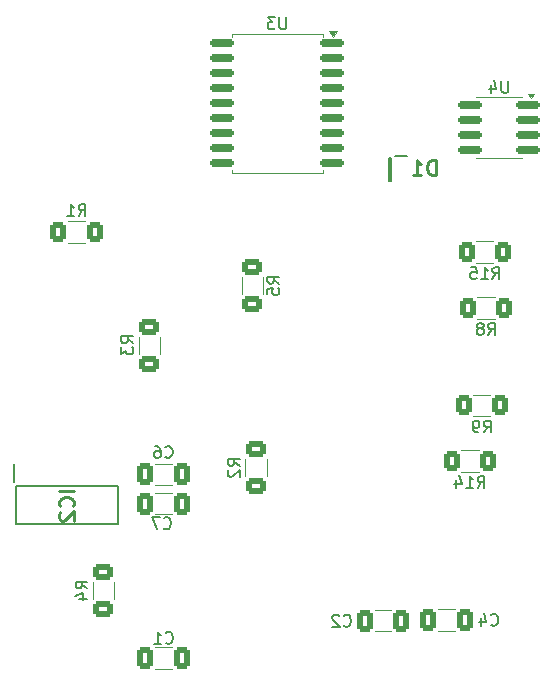
<source format=gbr>
%TF.GenerationSoftware,KiCad,Pcbnew,8.0.1-rc1*%
%TF.CreationDate,2024-07-27T18:45:49-07:00*%
%TF.ProjectId,AMS - CANBus Sensor - Pressure,414d5320-2d20-4434-914e-427573205365,rev?*%
%TF.SameCoordinates,Original*%
%TF.FileFunction,Legend,Bot*%
%TF.FilePolarity,Positive*%
%FSLAX46Y46*%
G04 Gerber Fmt 4.6, Leading zero omitted, Abs format (unit mm)*
G04 Created by KiCad (PCBNEW 8.0.1-rc1) date 2024-07-27 18:45:49*
%MOMM*%
%LPD*%
G01*
G04 APERTURE LIST*
G04 Aperture macros list*
%AMRoundRect*
0 Rectangle with rounded corners*
0 $1 Rounding radius*
0 $2 $3 $4 $5 $6 $7 $8 $9 X,Y pos of 4 corners*
0 Add a 4 corners polygon primitive as box body*
4,1,4,$2,$3,$4,$5,$6,$7,$8,$9,$2,$3,0*
0 Add four circle primitives for the rounded corners*
1,1,$1+$1,$2,$3*
1,1,$1+$1,$4,$5*
1,1,$1+$1,$6,$7*
1,1,$1+$1,$8,$9*
0 Add four rect primitives between the rounded corners*
20,1,$1+$1,$2,$3,$4,$5,0*
20,1,$1+$1,$4,$5,$6,$7,0*
20,1,$1+$1,$6,$7,$8,$9,0*
20,1,$1+$1,$8,$9,$2,$3,0*%
G04 Aperture macros list end*
%ADD10C,0.150000*%
%ADD11C,0.254000*%
%ADD12C,0.120000*%
%ADD13C,0.200000*%
%ADD14C,1.440000*%
%ADD15R,2.100000X2.100000*%
%ADD16C,2.100000*%
%ADD17C,1.600000*%
%ADD18O,1.600000X1.600000*%
%ADD19R,2.200000X2.200000*%
%ADD20C,2.200000*%
%ADD21R,1.700000X1.700000*%
%ADD22O,1.700000X1.700000*%
%ADD23C,2.400000*%
%ADD24R,1.600000X1.600000*%
%ADD25R,1.920000X1.920000*%
%ADD26C,1.920000*%
%ADD27C,1.500000*%
%ADD28R,1.500000X1.500000*%
%ADD29RoundRect,0.250000X-0.412500X-0.650000X0.412500X-0.650000X0.412500X0.650000X-0.412500X0.650000X0*%
%ADD30RoundRect,0.150000X0.825000X0.150000X-0.825000X0.150000X-0.825000X-0.150000X0.825000X-0.150000X0*%
%ADD31RoundRect,0.250000X-0.400000X-0.625000X0.400000X-0.625000X0.400000X0.625000X-0.400000X0.625000X0*%
%ADD32RoundRect,0.250000X0.400000X0.625000X-0.400000X0.625000X-0.400000X-0.625000X0.400000X-0.625000X0*%
%ADD33RoundRect,0.250000X-0.625000X0.400000X-0.625000X-0.400000X0.625000X-0.400000X0.625000X0.400000X0*%
%ADD34RoundRect,0.250000X0.412500X0.650000X-0.412500X0.650000X-0.412500X-0.650000X0.412500X-0.650000X0*%
%ADD35RoundRect,0.150000X0.875000X0.150000X-0.875000X0.150000X-0.875000X-0.150000X0.875000X-0.150000X0*%
%ADD36R,0.650000X1.525000*%
%ADD37RoundRect,0.250000X0.625000X-0.400000X0.625000X0.400000X-0.625000X0.400000X-0.625000X-0.400000X0*%
%ADD38R,1.000000X0.550000*%
G04 APERTURE END LIST*
D10*
X152423012Y-114428797D02*
X152470631Y-114476417D01*
X152470631Y-114476417D02*
X152613488Y-114524036D01*
X152613488Y-114524036D02*
X152708726Y-114524036D01*
X152708726Y-114524036D02*
X152851583Y-114476417D01*
X152851583Y-114476417D02*
X152946821Y-114381178D01*
X152946821Y-114381178D02*
X152994440Y-114285940D01*
X152994440Y-114285940D02*
X153042059Y-114095464D01*
X153042059Y-114095464D02*
X153042059Y-113952607D01*
X153042059Y-113952607D02*
X152994440Y-113762131D01*
X152994440Y-113762131D02*
X152946821Y-113666893D01*
X152946821Y-113666893D02*
X152851583Y-113571655D01*
X152851583Y-113571655D02*
X152708726Y-113524036D01*
X152708726Y-113524036D02*
X152613488Y-113524036D01*
X152613488Y-113524036D02*
X152470631Y-113571655D01*
X152470631Y-113571655D02*
X152423012Y-113619274D01*
X152042059Y-113619274D02*
X151994440Y-113571655D01*
X151994440Y-113571655D02*
X151899202Y-113524036D01*
X151899202Y-113524036D02*
X151661107Y-113524036D01*
X151661107Y-113524036D02*
X151565869Y-113571655D01*
X151565869Y-113571655D02*
X151518250Y-113619274D01*
X151518250Y-113619274D02*
X151470631Y-113714512D01*
X151470631Y-113714512D02*
X151470631Y-113809750D01*
X151470631Y-113809750D02*
X151518250Y-113952607D01*
X151518250Y-113952607D02*
X152089678Y-114524036D01*
X152089678Y-114524036D02*
X151470631Y-114524036D01*
X166355704Y-68320819D02*
X166355704Y-69130342D01*
X166355704Y-69130342D02*
X166308085Y-69225580D01*
X166308085Y-69225580D02*
X166260466Y-69273200D01*
X166260466Y-69273200D02*
X166165228Y-69320819D01*
X166165228Y-69320819D02*
X165974752Y-69320819D01*
X165974752Y-69320819D02*
X165879514Y-69273200D01*
X165879514Y-69273200D02*
X165831895Y-69225580D01*
X165831895Y-69225580D02*
X165784276Y-69130342D01*
X165784276Y-69130342D02*
X165784276Y-68320819D01*
X164879514Y-68654152D02*
X164879514Y-69320819D01*
X165117609Y-68273200D02*
X165355704Y-68987485D01*
X165355704Y-68987485D02*
X164736657Y-68987485D01*
X164655654Y-89822753D02*
X164988987Y-89346562D01*
X165227082Y-89822753D02*
X165227082Y-88822753D01*
X165227082Y-88822753D02*
X164846130Y-88822753D01*
X164846130Y-88822753D02*
X164750892Y-88870372D01*
X164750892Y-88870372D02*
X164703273Y-88917991D01*
X164703273Y-88917991D02*
X164655654Y-89013229D01*
X164655654Y-89013229D02*
X164655654Y-89156086D01*
X164655654Y-89156086D02*
X164703273Y-89251324D01*
X164703273Y-89251324D02*
X164750892Y-89298943D01*
X164750892Y-89298943D02*
X164846130Y-89346562D01*
X164846130Y-89346562D02*
X165227082Y-89346562D01*
X164084225Y-89251324D02*
X164179463Y-89203705D01*
X164179463Y-89203705D02*
X164227082Y-89156086D01*
X164227082Y-89156086D02*
X164274701Y-89060848D01*
X164274701Y-89060848D02*
X164274701Y-89013229D01*
X164274701Y-89013229D02*
X164227082Y-88917991D01*
X164227082Y-88917991D02*
X164179463Y-88870372D01*
X164179463Y-88870372D02*
X164084225Y-88822753D01*
X164084225Y-88822753D02*
X163893749Y-88822753D01*
X163893749Y-88822753D02*
X163798511Y-88870372D01*
X163798511Y-88870372D02*
X163750892Y-88917991D01*
X163750892Y-88917991D02*
X163703273Y-89013229D01*
X163703273Y-89013229D02*
X163703273Y-89060848D01*
X163703273Y-89060848D02*
X163750892Y-89156086D01*
X163750892Y-89156086D02*
X163798511Y-89203705D01*
X163798511Y-89203705D02*
X163893749Y-89251324D01*
X163893749Y-89251324D02*
X164084225Y-89251324D01*
X164084225Y-89251324D02*
X164179463Y-89298943D01*
X164179463Y-89298943D02*
X164227082Y-89346562D01*
X164227082Y-89346562D02*
X164274701Y-89441800D01*
X164274701Y-89441800D02*
X164274701Y-89632276D01*
X164274701Y-89632276D02*
X164227082Y-89727514D01*
X164227082Y-89727514D02*
X164179463Y-89775134D01*
X164179463Y-89775134D02*
X164084225Y-89822753D01*
X164084225Y-89822753D02*
X163893749Y-89822753D01*
X163893749Y-89822753D02*
X163798511Y-89775134D01*
X163798511Y-89775134D02*
X163750892Y-89727514D01*
X163750892Y-89727514D02*
X163703273Y-89632276D01*
X163703273Y-89632276D02*
X163703273Y-89441800D01*
X163703273Y-89441800D02*
X163750892Y-89346562D01*
X163750892Y-89346562D02*
X163798511Y-89298943D01*
X163798511Y-89298943D02*
X163893749Y-89251324D01*
X129980966Y-79764119D02*
X130314299Y-79287928D01*
X130552394Y-79764119D02*
X130552394Y-78764119D01*
X130552394Y-78764119D02*
X130171442Y-78764119D01*
X130171442Y-78764119D02*
X130076204Y-78811738D01*
X130076204Y-78811738D02*
X130028585Y-78859357D01*
X130028585Y-78859357D02*
X129980966Y-78954595D01*
X129980966Y-78954595D02*
X129980966Y-79097452D01*
X129980966Y-79097452D02*
X130028585Y-79192690D01*
X130028585Y-79192690D02*
X130076204Y-79240309D01*
X130076204Y-79240309D02*
X130171442Y-79287928D01*
X130171442Y-79287928D02*
X130552394Y-79287928D01*
X129028585Y-79764119D02*
X129600013Y-79764119D01*
X129314299Y-79764119D02*
X129314299Y-78764119D01*
X129314299Y-78764119D02*
X129409537Y-78906976D01*
X129409537Y-78906976D02*
X129504775Y-79002214D01*
X129504775Y-79002214D02*
X129600013Y-79049833D01*
X130731219Y-111295633D02*
X130255028Y-110962300D01*
X130731219Y-110724205D02*
X129731219Y-110724205D01*
X129731219Y-110724205D02*
X129731219Y-111105157D01*
X129731219Y-111105157D02*
X129778838Y-111200395D01*
X129778838Y-111200395D02*
X129826457Y-111248014D01*
X129826457Y-111248014D02*
X129921695Y-111295633D01*
X129921695Y-111295633D02*
X130064552Y-111295633D01*
X130064552Y-111295633D02*
X130159790Y-111248014D01*
X130159790Y-111248014D02*
X130207409Y-111200395D01*
X130207409Y-111200395D02*
X130255028Y-111105157D01*
X130255028Y-111105157D02*
X130255028Y-110724205D01*
X130064552Y-112152776D02*
X130731219Y-112152776D01*
X129683600Y-111914681D02*
X130397885Y-111676586D01*
X130397885Y-111676586D02*
X130397885Y-112295633D01*
X165026711Y-85095247D02*
X165360044Y-84619056D01*
X165598139Y-85095247D02*
X165598139Y-84095247D01*
X165598139Y-84095247D02*
X165217187Y-84095247D01*
X165217187Y-84095247D02*
X165121949Y-84142866D01*
X165121949Y-84142866D02*
X165074330Y-84190485D01*
X165074330Y-84190485D02*
X165026711Y-84285723D01*
X165026711Y-84285723D02*
X165026711Y-84428580D01*
X165026711Y-84428580D02*
X165074330Y-84523818D01*
X165074330Y-84523818D02*
X165121949Y-84571437D01*
X165121949Y-84571437D02*
X165217187Y-84619056D01*
X165217187Y-84619056D02*
X165598139Y-84619056D01*
X164074330Y-85095247D02*
X164645758Y-85095247D01*
X164360044Y-85095247D02*
X164360044Y-84095247D01*
X164360044Y-84095247D02*
X164455282Y-84238104D01*
X164455282Y-84238104D02*
X164550520Y-84333342D01*
X164550520Y-84333342D02*
X164645758Y-84380961D01*
X163169568Y-84095247D02*
X163645758Y-84095247D01*
X163645758Y-84095247D02*
X163693377Y-84571437D01*
X163693377Y-84571437D02*
X163645758Y-84523818D01*
X163645758Y-84523818D02*
X163550520Y-84476199D01*
X163550520Y-84476199D02*
X163312425Y-84476199D01*
X163312425Y-84476199D02*
X163217187Y-84523818D01*
X163217187Y-84523818D02*
X163169568Y-84571437D01*
X163169568Y-84571437D02*
X163121949Y-84666675D01*
X163121949Y-84666675D02*
X163121949Y-84904770D01*
X163121949Y-84904770D02*
X163169568Y-85000008D01*
X163169568Y-85000008D02*
X163217187Y-85047628D01*
X163217187Y-85047628D02*
X163312425Y-85095247D01*
X163312425Y-85095247D02*
X163550520Y-85095247D01*
X163550520Y-85095247D02*
X163645758Y-85047628D01*
X163645758Y-85047628D02*
X163693377Y-85000008D01*
X164900820Y-114346879D02*
X164948439Y-114394499D01*
X164948439Y-114394499D02*
X165091296Y-114442118D01*
X165091296Y-114442118D02*
X165186534Y-114442118D01*
X165186534Y-114442118D02*
X165329391Y-114394499D01*
X165329391Y-114394499D02*
X165424629Y-114299260D01*
X165424629Y-114299260D02*
X165472248Y-114204022D01*
X165472248Y-114204022D02*
X165519867Y-114013546D01*
X165519867Y-114013546D02*
X165519867Y-113870689D01*
X165519867Y-113870689D02*
X165472248Y-113680213D01*
X165472248Y-113680213D02*
X165424629Y-113584975D01*
X165424629Y-113584975D02*
X165329391Y-113489737D01*
X165329391Y-113489737D02*
X165186534Y-113442118D01*
X165186534Y-113442118D02*
X165091296Y-113442118D01*
X165091296Y-113442118D02*
X164948439Y-113489737D01*
X164948439Y-113489737D02*
X164900820Y-113537356D01*
X164043677Y-113775451D02*
X164043677Y-114442118D01*
X164281772Y-113394499D02*
X164519867Y-114108784D01*
X164519867Y-114108784D02*
X163900820Y-114108784D01*
X147567004Y-62941819D02*
X147567004Y-63751342D01*
X147567004Y-63751342D02*
X147519385Y-63846580D01*
X147519385Y-63846580D02*
X147471766Y-63894200D01*
X147471766Y-63894200D02*
X147376528Y-63941819D01*
X147376528Y-63941819D02*
X147186052Y-63941819D01*
X147186052Y-63941819D02*
X147090814Y-63894200D01*
X147090814Y-63894200D02*
X147043195Y-63846580D01*
X147043195Y-63846580D02*
X146995576Y-63751342D01*
X146995576Y-63751342D02*
X146995576Y-62941819D01*
X146614623Y-62941819D02*
X145995576Y-62941819D01*
X145995576Y-62941819D02*
X146328909Y-63322771D01*
X146328909Y-63322771D02*
X146186052Y-63322771D01*
X146186052Y-63322771D02*
X146090814Y-63370390D01*
X146090814Y-63370390D02*
X146043195Y-63418009D01*
X146043195Y-63418009D02*
X145995576Y-63513247D01*
X145995576Y-63513247D02*
X145995576Y-63751342D01*
X145995576Y-63751342D02*
X146043195Y-63846580D01*
X146043195Y-63846580D02*
X146090814Y-63894200D01*
X146090814Y-63894200D02*
X146186052Y-63941819D01*
X146186052Y-63941819D02*
X146471766Y-63941819D01*
X146471766Y-63941819D02*
X146567004Y-63894200D01*
X146567004Y-63894200D02*
X146614623Y-63846580D01*
D11*
X129597618Y-103013537D02*
X128327618Y-103013537D01*
X129476665Y-104344014D02*
X129537142Y-104283538D01*
X129537142Y-104283538D02*
X129597618Y-104102109D01*
X129597618Y-104102109D02*
X129597618Y-103981157D01*
X129597618Y-103981157D02*
X129537142Y-103799728D01*
X129537142Y-103799728D02*
X129416189Y-103678776D01*
X129416189Y-103678776D02*
X129295237Y-103618299D01*
X129295237Y-103618299D02*
X129053332Y-103557823D01*
X129053332Y-103557823D02*
X128871903Y-103557823D01*
X128871903Y-103557823D02*
X128629999Y-103618299D01*
X128629999Y-103618299D02*
X128509046Y-103678776D01*
X128509046Y-103678776D02*
X128388094Y-103799728D01*
X128388094Y-103799728D02*
X128327618Y-103981157D01*
X128327618Y-103981157D02*
X128327618Y-104102109D01*
X128327618Y-104102109D02*
X128388094Y-104283538D01*
X128388094Y-104283538D02*
X128448570Y-104344014D01*
X128448570Y-104827823D02*
X128388094Y-104888299D01*
X128388094Y-104888299D02*
X128327618Y-105009252D01*
X128327618Y-105009252D02*
X128327618Y-105311633D01*
X128327618Y-105311633D02*
X128388094Y-105432585D01*
X128388094Y-105432585D02*
X128448570Y-105493061D01*
X128448570Y-105493061D02*
X128569522Y-105553538D01*
X128569522Y-105553538D02*
X128690475Y-105553538D01*
X128690475Y-105553538D02*
X128871903Y-105493061D01*
X128871903Y-105493061D02*
X129597618Y-104767347D01*
X129597618Y-104767347D02*
X129597618Y-105553538D01*
D10*
X146977819Y-85480133D02*
X146501628Y-85146800D01*
X146977819Y-84908705D02*
X145977819Y-84908705D01*
X145977819Y-84908705D02*
X145977819Y-85289657D01*
X145977819Y-85289657D02*
X146025438Y-85384895D01*
X146025438Y-85384895D02*
X146073057Y-85432514D01*
X146073057Y-85432514D02*
X146168295Y-85480133D01*
X146168295Y-85480133D02*
X146311152Y-85480133D01*
X146311152Y-85480133D02*
X146406390Y-85432514D01*
X146406390Y-85432514D02*
X146454009Y-85384895D01*
X146454009Y-85384895D02*
X146501628Y-85289657D01*
X146501628Y-85289657D02*
X146501628Y-84908705D01*
X145977819Y-86384895D02*
X145977819Y-85908705D01*
X145977819Y-85908705D02*
X146454009Y-85861086D01*
X146454009Y-85861086D02*
X146406390Y-85908705D01*
X146406390Y-85908705D02*
X146358771Y-86003943D01*
X146358771Y-86003943D02*
X146358771Y-86242038D01*
X146358771Y-86242038D02*
X146406390Y-86337276D01*
X146406390Y-86337276D02*
X146454009Y-86384895D01*
X146454009Y-86384895D02*
X146549247Y-86432514D01*
X146549247Y-86432514D02*
X146787342Y-86432514D01*
X146787342Y-86432514D02*
X146882580Y-86384895D01*
X146882580Y-86384895D02*
X146930200Y-86337276D01*
X146930200Y-86337276D02*
X146977819Y-86242038D01*
X146977819Y-86242038D02*
X146977819Y-86003943D01*
X146977819Y-86003943D02*
X146930200Y-85908705D01*
X146930200Y-85908705D02*
X146882580Y-85861086D01*
X134607819Y-90532033D02*
X134131628Y-90198700D01*
X134607819Y-89960605D02*
X133607819Y-89960605D01*
X133607819Y-89960605D02*
X133607819Y-90341557D01*
X133607819Y-90341557D02*
X133655438Y-90436795D01*
X133655438Y-90436795D02*
X133703057Y-90484414D01*
X133703057Y-90484414D02*
X133798295Y-90532033D01*
X133798295Y-90532033D02*
X133941152Y-90532033D01*
X133941152Y-90532033D02*
X134036390Y-90484414D01*
X134036390Y-90484414D02*
X134084009Y-90436795D01*
X134084009Y-90436795D02*
X134131628Y-90341557D01*
X134131628Y-90341557D02*
X134131628Y-89960605D01*
X133607819Y-90865367D02*
X133607819Y-91484414D01*
X133607819Y-91484414D02*
X133988771Y-91151081D01*
X133988771Y-91151081D02*
X133988771Y-91293938D01*
X133988771Y-91293938D02*
X134036390Y-91389176D01*
X134036390Y-91389176D02*
X134084009Y-91436795D01*
X134084009Y-91436795D02*
X134179247Y-91484414D01*
X134179247Y-91484414D02*
X134417342Y-91484414D01*
X134417342Y-91484414D02*
X134512580Y-91436795D01*
X134512580Y-91436795D02*
X134560200Y-91389176D01*
X134560200Y-91389176D02*
X134607819Y-91293938D01*
X134607819Y-91293938D02*
X134607819Y-91008224D01*
X134607819Y-91008224D02*
X134560200Y-90912986D01*
X134560200Y-90912986D02*
X134512580Y-90865367D01*
X137354254Y-115871040D02*
X137401873Y-115918660D01*
X137401873Y-115918660D02*
X137544730Y-115966279D01*
X137544730Y-115966279D02*
X137639968Y-115966279D01*
X137639968Y-115966279D02*
X137782825Y-115918660D01*
X137782825Y-115918660D02*
X137878063Y-115823421D01*
X137878063Y-115823421D02*
X137925682Y-115728183D01*
X137925682Y-115728183D02*
X137973301Y-115537707D01*
X137973301Y-115537707D02*
X137973301Y-115394850D01*
X137973301Y-115394850D02*
X137925682Y-115204374D01*
X137925682Y-115204374D02*
X137878063Y-115109136D01*
X137878063Y-115109136D02*
X137782825Y-115013898D01*
X137782825Y-115013898D02*
X137639968Y-114966279D01*
X137639968Y-114966279D02*
X137544730Y-114966279D01*
X137544730Y-114966279D02*
X137401873Y-115013898D01*
X137401873Y-115013898D02*
X137354254Y-115061517D01*
X136401873Y-115966279D02*
X136973301Y-115966279D01*
X136687587Y-115966279D02*
X136687587Y-114966279D01*
X136687587Y-114966279D02*
X136782825Y-115109136D01*
X136782825Y-115109136D02*
X136878063Y-115204374D01*
X136878063Y-115204374D02*
X136973301Y-115251993D01*
X163764526Y-102769126D02*
X164097859Y-102292935D01*
X164335954Y-102769126D02*
X164335954Y-101769126D01*
X164335954Y-101769126D02*
X163955002Y-101769126D01*
X163955002Y-101769126D02*
X163859764Y-101816745D01*
X163859764Y-101816745D02*
X163812145Y-101864364D01*
X163812145Y-101864364D02*
X163764526Y-101959602D01*
X163764526Y-101959602D02*
X163764526Y-102102459D01*
X163764526Y-102102459D02*
X163812145Y-102197697D01*
X163812145Y-102197697D02*
X163859764Y-102245316D01*
X163859764Y-102245316D02*
X163955002Y-102292935D01*
X163955002Y-102292935D02*
X164335954Y-102292935D01*
X162812145Y-102769126D02*
X163383573Y-102769126D01*
X163097859Y-102769126D02*
X163097859Y-101769126D01*
X163097859Y-101769126D02*
X163193097Y-101911983D01*
X163193097Y-101911983D02*
X163288335Y-102007221D01*
X163288335Y-102007221D02*
X163383573Y-102054840D01*
X161955002Y-102102459D02*
X161955002Y-102769126D01*
X162193097Y-101721507D02*
X162431192Y-102435792D01*
X162431192Y-102435792D02*
X161812145Y-102435792D01*
X164295095Y-98078610D02*
X164628428Y-97602419D01*
X164866523Y-98078610D02*
X164866523Y-97078610D01*
X164866523Y-97078610D02*
X164485571Y-97078610D01*
X164485571Y-97078610D02*
X164390333Y-97126229D01*
X164390333Y-97126229D02*
X164342714Y-97173848D01*
X164342714Y-97173848D02*
X164295095Y-97269086D01*
X164295095Y-97269086D02*
X164295095Y-97411943D01*
X164295095Y-97411943D02*
X164342714Y-97507181D01*
X164342714Y-97507181D02*
X164390333Y-97554800D01*
X164390333Y-97554800D02*
X164485571Y-97602419D01*
X164485571Y-97602419D02*
X164866523Y-97602419D01*
X163818904Y-98078610D02*
X163628428Y-98078610D01*
X163628428Y-98078610D02*
X163533190Y-98030991D01*
X163533190Y-98030991D02*
X163485571Y-97983371D01*
X163485571Y-97983371D02*
X163390333Y-97840514D01*
X163390333Y-97840514D02*
X163342714Y-97650038D01*
X163342714Y-97650038D02*
X163342714Y-97269086D01*
X163342714Y-97269086D02*
X163390333Y-97173848D01*
X163390333Y-97173848D02*
X163437952Y-97126229D01*
X163437952Y-97126229D02*
X163533190Y-97078610D01*
X163533190Y-97078610D02*
X163723666Y-97078610D01*
X163723666Y-97078610D02*
X163818904Y-97126229D01*
X163818904Y-97126229D02*
X163866523Y-97173848D01*
X163866523Y-97173848D02*
X163914142Y-97269086D01*
X163914142Y-97269086D02*
X163914142Y-97507181D01*
X163914142Y-97507181D02*
X163866523Y-97602419D01*
X163866523Y-97602419D02*
X163818904Y-97650038D01*
X163818904Y-97650038D02*
X163723666Y-97697657D01*
X163723666Y-97697657D02*
X163533190Y-97697657D01*
X163533190Y-97697657D02*
X163437952Y-97650038D01*
X163437952Y-97650038D02*
X163390333Y-97602419D01*
X163390333Y-97602419D02*
X163342714Y-97507181D01*
X143630419Y-100892333D02*
X143154228Y-100559000D01*
X143630419Y-100320905D02*
X142630419Y-100320905D01*
X142630419Y-100320905D02*
X142630419Y-100701857D01*
X142630419Y-100701857D02*
X142678038Y-100797095D01*
X142678038Y-100797095D02*
X142725657Y-100844714D01*
X142725657Y-100844714D02*
X142820895Y-100892333D01*
X142820895Y-100892333D02*
X142963752Y-100892333D01*
X142963752Y-100892333D02*
X143058990Y-100844714D01*
X143058990Y-100844714D02*
X143106609Y-100797095D01*
X143106609Y-100797095D02*
X143154228Y-100701857D01*
X143154228Y-100701857D02*
X143154228Y-100320905D01*
X142725657Y-101273286D02*
X142678038Y-101320905D01*
X142678038Y-101320905D02*
X142630419Y-101416143D01*
X142630419Y-101416143D02*
X142630419Y-101654238D01*
X142630419Y-101654238D02*
X142678038Y-101749476D01*
X142678038Y-101749476D02*
X142725657Y-101797095D01*
X142725657Y-101797095D02*
X142820895Y-101844714D01*
X142820895Y-101844714D02*
X142916133Y-101844714D01*
X142916133Y-101844714D02*
X143058990Y-101797095D01*
X143058990Y-101797095D02*
X143630419Y-101225667D01*
X143630419Y-101225667D02*
X143630419Y-101844714D01*
X137189838Y-106174447D02*
X137237457Y-106222067D01*
X137237457Y-106222067D02*
X137380314Y-106269686D01*
X137380314Y-106269686D02*
X137475552Y-106269686D01*
X137475552Y-106269686D02*
X137618409Y-106222067D01*
X137618409Y-106222067D02*
X137713647Y-106126828D01*
X137713647Y-106126828D02*
X137761266Y-106031590D01*
X137761266Y-106031590D02*
X137808885Y-105841114D01*
X137808885Y-105841114D02*
X137808885Y-105698257D01*
X137808885Y-105698257D02*
X137761266Y-105507781D01*
X137761266Y-105507781D02*
X137713647Y-105412543D01*
X137713647Y-105412543D02*
X137618409Y-105317305D01*
X137618409Y-105317305D02*
X137475552Y-105269686D01*
X137475552Y-105269686D02*
X137380314Y-105269686D01*
X137380314Y-105269686D02*
X137237457Y-105317305D01*
X137237457Y-105317305D02*
X137189838Y-105364924D01*
X136856504Y-105269686D02*
X136189838Y-105269686D01*
X136189838Y-105269686D02*
X136618409Y-106269686D01*
D11*
X160208436Y-76287233D02*
X160208436Y-75017233D01*
X160208436Y-75017233D02*
X159906055Y-75017233D01*
X159906055Y-75017233D02*
X159724626Y-75077709D01*
X159724626Y-75077709D02*
X159603674Y-75198661D01*
X159603674Y-75198661D02*
X159543197Y-75319614D01*
X159543197Y-75319614D02*
X159482721Y-75561518D01*
X159482721Y-75561518D02*
X159482721Y-75742947D01*
X159482721Y-75742947D02*
X159543197Y-75984852D01*
X159543197Y-75984852D02*
X159603674Y-76105804D01*
X159603674Y-76105804D02*
X159724626Y-76226757D01*
X159724626Y-76226757D02*
X159906055Y-76287233D01*
X159906055Y-76287233D02*
X160208436Y-76287233D01*
X158273197Y-76287233D02*
X158998912Y-76287233D01*
X158636055Y-76287233D02*
X158636055Y-75017233D01*
X158636055Y-75017233D02*
X158757007Y-75198661D01*
X158757007Y-75198661D02*
X158877959Y-75319614D01*
X158877959Y-75319614D02*
X158998912Y-75380090D01*
D10*
X137320266Y-100155280D02*
X137367885Y-100202900D01*
X137367885Y-100202900D02*
X137510742Y-100250519D01*
X137510742Y-100250519D02*
X137605980Y-100250519D01*
X137605980Y-100250519D02*
X137748837Y-100202900D01*
X137748837Y-100202900D02*
X137844075Y-100107661D01*
X137844075Y-100107661D02*
X137891694Y-100012423D01*
X137891694Y-100012423D02*
X137939313Y-99821947D01*
X137939313Y-99821947D02*
X137939313Y-99679090D01*
X137939313Y-99679090D02*
X137891694Y-99488614D01*
X137891694Y-99488614D02*
X137844075Y-99393376D01*
X137844075Y-99393376D02*
X137748837Y-99298138D01*
X137748837Y-99298138D02*
X137605980Y-99250519D01*
X137605980Y-99250519D02*
X137510742Y-99250519D01*
X137510742Y-99250519D02*
X137367885Y-99298138D01*
X137367885Y-99298138D02*
X137320266Y-99345757D01*
X136463123Y-99250519D02*
X136653599Y-99250519D01*
X136653599Y-99250519D02*
X136748837Y-99298138D01*
X136748837Y-99298138D02*
X136796456Y-99345757D01*
X136796456Y-99345757D02*
X136891694Y-99488614D01*
X136891694Y-99488614D02*
X136939313Y-99679090D01*
X136939313Y-99679090D02*
X136939313Y-100060042D01*
X136939313Y-100060042D02*
X136891694Y-100155280D01*
X136891694Y-100155280D02*
X136844075Y-100202900D01*
X136844075Y-100202900D02*
X136748837Y-100250519D01*
X136748837Y-100250519D02*
X136558361Y-100250519D01*
X136558361Y-100250519D02*
X136463123Y-100202900D01*
X136463123Y-100202900D02*
X136415504Y-100155280D01*
X136415504Y-100155280D02*
X136367885Y-100060042D01*
X136367885Y-100060042D02*
X136367885Y-99821947D01*
X136367885Y-99821947D02*
X136415504Y-99726709D01*
X136415504Y-99726709D02*
X136463123Y-99679090D01*
X136463123Y-99679090D02*
X136558361Y-99631471D01*
X136558361Y-99631471D02*
X136748837Y-99631471D01*
X136748837Y-99631471D02*
X136844075Y-99679090D01*
X136844075Y-99679090D02*
X136891694Y-99726709D01*
X136891694Y-99726709D02*
X136939313Y-99821947D01*
D12*
%TO.C,C2*%
X156473252Y-113098300D02*
X155050748Y-113098300D01*
X156473252Y-114918300D02*
X155050748Y-114918300D01*
%TO.C,U4*%
X163643800Y-69706000D02*
X165593800Y-69706000D01*
X163643800Y-74826000D02*
X165593800Y-74826000D01*
X167543800Y-69706000D02*
X165593800Y-69706000D01*
X167543800Y-74826000D02*
X165593800Y-74826000D01*
X168293800Y-69801000D02*
X168053800Y-69471000D01*
X168533800Y-69471000D01*
X168293800Y-69801000D01*
G36*
X168293800Y-69801000D02*
G01*
X168053800Y-69471000D01*
X168533800Y-69471000D01*
X168293800Y-69801000D01*
G37*
%TO.C,R8*%
X165216052Y-86637934D02*
X163761924Y-86637934D01*
X165216052Y-88457934D02*
X163761924Y-88457934D01*
%TO.C,R1*%
X129087236Y-80219300D02*
X130541364Y-80219300D01*
X129087236Y-82039300D02*
X130541364Y-82039300D01*
%TO.C,R4*%
X131186400Y-112189364D02*
X131186400Y-110735236D01*
X133006400Y-112189364D02*
X133006400Y-110735236D01*
%TO.C,R15*%
X165110918Y-81910428D02*
X163656790Y-81910428D01*
X165110918Y-83730428D02*
X163656790Y-83730428D01*
%TO.C,C4*%
X160428248Y-113073400D02*
X161850752Y-113073400D01*
X160428248Y-114893400D02*
X161850752Y-114893400D01*
%TO.C,U3*%
X142945100Y-64322000D02*
X146805100Y-64322000D01*
X142945100Y-64567000D02*
X142945100Y-64322000D01*
X142945100Y-75847000D02*
X142945100Y-76092000D01*
X142945100Y-76092000D02*
X146805100Y-76092000D01*
X150665100Y-64322000D02*
X146805100Y-64322000D01*
X150665100Y-64567000D02*
X150665100Y-64322000D01*
X150665100Y-75847000D02*
X150665100Y-76092000D01*
X150665100Y-76092000D02*
X146805100Y-76092000D01*
X151517600Y-64567000D02*
X151177600Y-64097000D01*
X151857600Y-64097000D01*
X151517600Y-64567000D01*
G36*
X151517600Y-64567000D02*
G01*
X151177600Y-64097000D01*
X151857600Y-64097000D01*
X151517600Y-64567000D01*
G37*
D13*
%TO.C,IC2*%
X124538300Y-102303300D02*
X124538300Y-100778300D01*
X124698300Y-102653300D02*
X133348300Y-102653300D01*
X124698300Y-105853300D02*
X124698300Y-102653300D01*
X133348300Y-102653300D02*
X133348300Y-105853300D01*
X133348300Y-105853300D02*
X124698300Y-105853300D01*
D12*
%TO.C,R5*%
X143793000Y-84919736D02*
X143793000Y-86373864D01*
X145613000Y-84919736D02*
X145613000Y-86373864D01*
%TO.C,R3*%
X135063000Y-91425764D02*
X135063000Y-89971636D01*
X136883000Y-91425764D02*
X136883000Y-89971636D01*
%TO.C,C1*%
X136443348Y-116289700D02*
X137865852Y-116289700D01*
X136443348Y-118109700D02*
X137865852Y-118109700D01*
%TO.C,R14*%
X163848733Y-99584307D02*
X162394605Y-99584307D01*
X163848733Y-101404307D02*
X162394605Y-101404307D01*
%TO.C,R9*%
X164855493Y-94893791D02*
X163401365Y-94893791D01*
X164855493Y-96713791D02*
X163401365Y-96713791D01*
%TO.C,R2*%
X144085600Y-101786064D02*
X144085600Y-100331936D01*
X145905600Y-101786064D02*
X145905600Y-100331936D01*
%TO.C,C7*%
X136446048Y-103205600D02*
X137868552Y-103205600D01*
X136446048Y-105025600D02*
X137868552Y-105025600D01*
D13*
%TO.C,D1*%
X156231400Y-74823600D02*
X156431400Y-74823600D01*
X156231400Y-76823600D02*
X156231400Y-74823600D01*
X156431400Y-74823600D02*
X156431400Y-76823600D01*
X156431400Y-76823600D02*
X156231400Y-76823600D01*
X156781400Y-74648600D02*
X157781400Y-74648600D01*
D12*
%TO.C,C6*%
X136442348Y-100735700D02*
X137864852Y-100735700D01*
X136442348Y-102555700D02*
X137864852Y-102555700D01*
%TD*%
%LPC*%
D14*
%TO.C,RV2*%
X154274400Y-95885200D03*
X156814400Y-95885200D03*
X159354400Y-95885200D03*
%TD*%
D15*
%TO.C,J6*%
X170718000Y-84022300D03*
D16*
X170718000Y-81482300D03*
%TD*%
D14*
%TO.C,RV3*%
X154274400Y-89435200D03*
X156814400Y-89435200D03*
X159354400Y-89435200D03*
%TD*%
D17*
%TO.C,R7*%
X139116100Y-58260700D03*
D18*
X141656100Y-58260700D03*
%TD*%
D19*
%TO.C,J1*%
X157148000Y-71872800D03*
D20*
X157148000Y-69332800D03*
X157148000Y-66792800D03*
X157148000Y-64252800D03*
%TD*%
D17*
%TO.C,NTC1*%
X135965600Y-94809500D03*
D18*
X135965600Y-97349500D03*
%TD*%
D21*
%TO.C,J3*%
X146254600Y-120744200D03*
D22*
X143714600Y-120744200D03*
X141174600Y-120744200D03*
X138634600Y-120744200D03*
X136094600Y-120744200D03*
X133554600Y-120744200D03*
%TD*%
D14*
%TO.C,RV1*%
X154274400Y-102335200D03*
X156814400Y-102335200D03*
X159354400Y-102335200D03*
%TD*%
D23*
%TO.C,U5*%
X134999500Y-70018000D03*
X134999500Y-73418000D03*
X125079500Y-70018000D03*
X125079500Y-73418000D03*
%TD*%
D17*
%TO.C,R6*%
X166799100Y-76611000D03*
D18*
X164259100Y-76611000D03*
%TD*%
D21*
%TO.C,Powerboard1*%
X130976300Y-92602600D03*
D22*
X130976300Y-90062600D03*
X130976300Y-87522600D03*
%TD*%
D24*
%TO.C,U2*%
X140929500Y-81761800D03*
D18*
X140929500Y-84301800D03*
X140929500Y-86841800D03*
X140929500Y-89381800D03*
X140929500Y-91921800D03*
X140929500Y-94461800D03*
X140929500Y-97001800D03*
X140929500Y-99541800D03*
X140929500Y-102081800D03*
X140929500Y-104621800D03*
X140929500Y-107161800D03*
X140929500Y-109701800D03*
X140929500Y-112241800D03*
X140929500Y-114781800D03*
X148549500Y-114781800D03*
X148549500Y-112241800D03*
X148549500Y-109701800D03*
X148549500Y-107161800D03*
X148549500Y-104621800D03*
X148549500Y-102081800D03*
X148549500Y-99541800D03*
X148549500Y-97001800D03*
X148549500Y-94461800D03*
X148549500Y-91921800D03*
X148549500Y-89381800D03*
X148549500Y-86841800D03*
X148549500Y-84301800D03*
X148549500Y-81761800D03*
%TD*%
D21*
%TO.C,J5*%
X139049600Y-61738500D03*
D22*
X141589600Y-61738500D03*
%TD*%
D25*
%TO.C,Q1*%
X136586000Y-84423600D03*
D26*
X136586000Y-81883600D03*
X136586000Y-79343600D03*
%TD*%
D19*
%TO.C,J2*%
X170699000Y-96212100D03*
D20*
X170699000Y-93672100D03*
X170699000Y-91132100D03*
X170699000Y-88592100D03*
%TD*%
D14*
%TO.C,RV4*%
X154274400Y-82985200D03*
X156814400Y-82985200D03*
X159354400Y-82985200D03*
%TD*%
D27*
%TO.C,Y2*%
X156129700Y-108923600D03*
X161009700Y-108923600D03*
%TD*%
D28*
%TO.C,Reset1*%
X135385300Y-113752500D03*
D27*
X128885300Y-113752500D03*
X135385300Y-109252500D03*
X128885300Y-109252500D03*
%TD*%
%TO.C,Y1*%
X156104800Y-118178000D03*
X160984800Y-118178000D03*
%TD*%
D23*
%TO.C,U1*%
X179270500Y-101766200D03*
X179270500Y-105166200D03*
X169350500Y-101766200D03*
X169350500Y-105166200D03*
%TD*%
D29*
%TO.C,C2*%
X154199500Y-114008300D03*
X157324500Y-114008300D03*
%TD*%
D30*
%TO.C,U4*%
X168068800Y-70361000D03*
X168068800Y-71631000D03*
X168068800Y-72901000D03*
X168068800Y-74171000D03*
X163118800Y-74171000D03*
X163118800Y-72901000D03*
X163118800Y-71631000D03*
X163118800Y-70361000D03*
%TD*%
D31*
%TO.C,R8*%
X162938988Y-87547934D03*
X166038988Y-87547934D03*
%TD*%
D32*
%TO.C,R1*%
X131364300Y-81129300D03*
X128264300Y-81129300D03*
%TD*%
D33*
%TO.C,R4*%
X132096400Y-109912300D03*
X132096400Y-113012300D03*
%TD*%
D31*
%TO.C,R15*%
X162833854Y-82820428D03*
X165933854Y-82820428D03*
%TD*%
D34*
%TO.C,C4*%
X162702000Y-113983400D03*
X159577000Y-113983400D03*
%TD*%
D35*
%TO.C,U3*%
X151455100Y-65127000D03*
X151455100Y-66397000D03*
X151455100Y-67667000D03*
X151455100Y-68937000D03*
X151455100Y-70207000D03*
X151455100Y-71477000D03*
X151455100Y-72747000D03*
X151455100Y-74017000D03*
X151455100Y-75287000D03*
X142155100Y-75287000D03*
X142155100Y-74017000D03*
X142155100Y-72747000D03*
X142155100Y-71477000D03*
X142155100Y-70207000D03*
X142155100Y-68937000D03*
X142155100Y-67667000D03*
X142155100Y-66397000D03*
X142155100Y-65127000D03*
%TD*%
D36*
%TO.C,IC2*%
X125213300Y-101541300D03*
X126483300Y-101541300D03*
X127753300Y-101541300D03*
X129023300Y-101541300D03*
X130293300Y-101541300D03*
X131563300Y-101541300D03*
X132833300Y-101541300D03*
X132833300Y-106965300D03*
X131563300Y-106965300D03*
X130293300Y-106965300D03*
X129023300Y-106965300D03*
X127753300Y-106965300D03*
X126483300Y-106965300D03*
X125213300Y-106965300D03*
%TD*%
D37*
%TO.C,R5*%
X144703000Y-87196800D03*
X144703000Y-84096800D03*
%TD*%
D33*
%TO.C,R3*%
X135973000Y-89148700D03*
X135973000Y-92248700D03*
%TD*%
D34*
%TO.C,C1*%
X138717100Y-117199700D03*
X135592100Y-117199700D03*
%TD*%
D31*
%TO.C,R14*%
X161571669Y-100494307D03*
X164671669Y-100494307D03*
%TD*%
%TO.C,R9*%
X162578429Y-95803791D03*
X165678429Y-95803791D03*
%TD*%
D33*
%TO.C,R2*%
X144995600Y-99509000D03*
X144995600Y-102609000D03*
%TD*%
D34*
%TO.C,C7*%
X138719800Y-104115600D03*
X135594800Y-104115600D03*
%TD*%
D38*
%TO.C,D1*%
X157281400Y-75173600D03*
X157281400Y-76473600D03*
X155381400Y-75823600D03*
%TD*%
D34*
%TO.C,C6*%
X138716100Y-101645700D03*
X135591100Y-101645700D03*
%TD*%
%LPD*%
M02*

</source>
